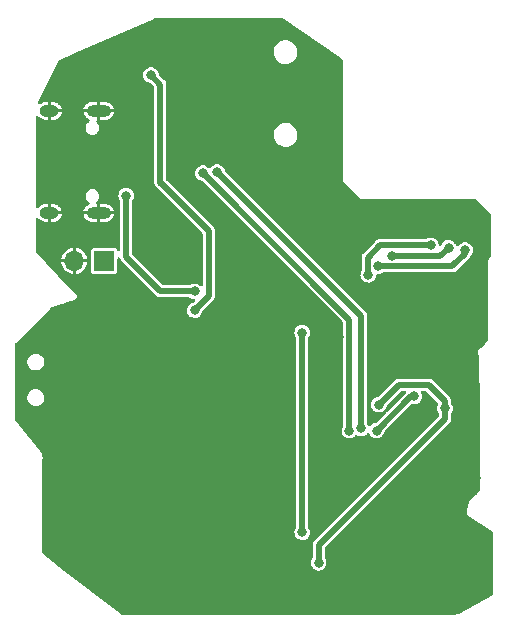
<source format=gbr>
%TF.GenerationSoftware,KiCad,Pcbnew,(6.0.0)*%
%TF.CreationDate,2022-06-28T21:38:27+02:00*%
%TF.ProjectId,DETECTIVE BOYS BADGE,44455445-4354-4495-9645-20424f595320,rev?*%
%TF.SameCoordinates,Original*%
%TF.FileFunction,Copper,L2,Bot*%
%TF.FilePolarity,Positive*%
%FSLAX46Y46*%
G04 Gerber Fmt 4.6, Leading zero omitted, Abs format (unit mm)*
G04 Created by KiCad (PCBNEW (6.0.0)) date 2022-06-28 21:38:27*
%MOMM*%
%LPD*%
G01*
G04 APERTURE LIST*
%TA.AperFunction,ComponentPad*%
%ADD10R,1.700000X1.700000*%
%TD*%
%TA.AperFunction,ComponentPad*%
%ADD11O,1.700000X1.700000*%
%TD*%
%TA.AperFunction,ComponentPad*%
%ADD12O,1.600000X1.000000*%
%TD*%
%TA.AperFunction,ComponentPad*%
%ADD13O,2.100000X1.000000*%
%TD*%
%TA.AperFunction,ViaPad*%
%ADD14C,0.800000*%
%TD*%
%TA.AperFunction,Conductor*%
%ADD15C,0.508000*%
%TD*%
G04 APERTURE END LIST*
D10*
%TO.P,BT1,1,+*%
%TO.N,/BAT*%
X139050000Y-124525000D03*
D11*
%TO.P,BT1,2,-*%
%TO.N,GND*%
X136510000Y-124525000D03*
%TD*%
D12*
%TO.P,USB1,S1,SHIELD*%
%TO.N,GND*%
X134400000Y-111830000D03*
D13*
X138580000Y-111830000D03*
X138580000Y-120470000D03*
D12*
X134400000Y-120470000D03*
%TD*%
D14*
%TO.N,VBUS*%
X146700000Y-127100000D03*
X140900000Y-119000000D03*
%TO.N,GND*%
X143400000Y-125300000D03*
X158400000Y-120800000D03*
X158883121Y-130983121D03*
X146900000Y-133700000D03*
X169600000Y-132500000D03*
X161500000Y-145700000D03*
X170500000Y-142900000D03*
X150100000Y-133200000D03*
%TO.N,MOSI*%
X168200000Y-123400000D03*
X163400000Y-124100000D03*
%TO.N,MISO*%
X169600000Y-123600000D03*
X162200000Y-125000000D03*
%TO.N,SCK*%
X161400000Y-125700000D03*
X166700000Y-123200000D03*
%TO.N,CSN*%
X165300000Y-136000000D03*
X162100000Y-138900000D03*
%TO.N,Net-(R4-Pad2)*%
X146700000Y-128700000D03*
X143000000Y-108800000D03*
%TO.N,AUDIO_R*%
X159800000Y-138900000D03*
X147400000Y-117100000D03*
%TO.N,A0*%
X155800000Y-130600000D03*
X155800000Y-147500000D03*
%TO.N,A1*%
X167900000Y-137000000D03*
X162300000Y-136700000D03*
X157200000Y-150100000D03*
%TO.N,AUDIO_L*%
X160800000Y-138700000D03*
X148600000Y-117000000D03*
%TD*%
D15*
%TO.N,VBUS*%
X146700000Y-127100000D02*
X143800000Y-127100000D01*
X143800000Y-127100000D02*
X140900000Y-124200000D01*
X140900000Y-124200000D02*
X140900000Y-119000000D01*
%TO.N,MOSI*%
X163400000Y-124100000D02*
X167500000Y-124100000D01*
X167500000Y-124100000D02*
X168200000Y-123400000D01*
%TO.N,MISO*%
X169600000Y-123900000D02*
X169600000Y-123600000D01*
X168500000Y-125000000D02*
X168600000Y-124900000D01*
X162200000Y-125000000D02*
X168500000Y-125000000D01*
X168600000Y-124900000D02*
X169600000Y-123900000D01*
%TO.N,SCK*%
X162400000Y-123200000D02*
X166700000Y-123200000D01*
X161346489Y-124253511D02*
X162400000Y-123200000D01*
X161400000Y-125700000D02*
X161346489Y-125646489D01*
X161346489Y-125646489D02*
X161346489Y-124253511D01*
%TO.N,CSN*%
X165300000Y-136000000D02*
X165000000Y-136000000D01*
X165000000Y-136000000D02*
X162100000Y-138900000D01*
%TO.N,Net-(R4-Pad2)*%
X147900000Y-127500000D02*
X147900000Y-126800000D01*
X143800000Y-109700000D02*
X143800000Y-109600000D01*
X147900000Y-122000000D02*
X143900000Y-118000000D01*
X146700000Y-128700000D02*
X147900000Y-127500000D01*
X143800000Y-117900000D02*
X143800000Y-109700000D01*
X147900000Y-126800000D02*
X147900000Y-122000000D01*
X143800000Y-109600000D02*
X143000000Y-108800000D01*
X143900000Y-118000000D02*
X143800000Y-117900000D01*
%TO.N,AUDIO_R*%
X159800000Y-129500000D02*
X159800000Y-138900000D01*
X147400000Y-117100000D02*
X159800000Y-129500000D01*
%TO.N,A0*%
X155800000Y-130600000D02*
X155800000Y-147500000D01*
%TO.N,A1*%
X167900000Y-137000000D02*
X167900000Y-137900000D01*
X162300000Y-136700000D02*
X164000000Y-135000000D01*
X157200000Y-148600000D02*
X157200000Y-150100000D01*
X164000000Y-135000000D02*
X166500000Y-135000000D01*
X167900000Y-137900000D02*
X157200000Y-148600000D01*
X166500000Y-135000000D02*
X167900000Y-136400000D01*
X167900000Y-136400000D02*
X167900000Y-137000000D01*
%TO.N,AUDIO_L*%
X148600000Y-117000000D02*
X148607048Y-117000000D01*
X160800000Y-129192952D02*
X160800000Y-138700000D01*
X148607048Y-117000000D02*
X160800000Y-129192952D01*
%TD*%
%TA.AperFunction,Conductor*%
%TO.N,GND*%
G36*
X153335659Y-103992812D02*
G01*
X154210828Y-103999692D01*
X154282093Y-104022465D01*
X159084755Y-107384328D01*
X159196256Y-107462379D01*
X159240593Y-107517830D01*
X159250000Y-107565602D01*
X159250000Y-117750000D01*
X160750000Y-119250000D01*
X170447810Y-119250000D01*
X170515931Y-119270002D01*
X170536905Y-119286905D01*
X171713095Y-120463095D01*
X171747121Y-120525407D01*
X171750000Y-120552190D01*
X171750000Y-124105261D01*
X171729998Y-124173382D01*
X171718987Y-124188046D01*
X171673707Y-124239992D01*
X171667821Y-124246294D01*
X171659343Y-124254769D01*
X171649023Y-124261663D01*
X171642127Y-124271980D01*
X171642125Y-124271982D01*
X171634444Y-124283473D01*
X171631756Y-124286989D01*
X171631867Y-124287068D01*
X171628279Y-124292106D01*
X171624214Y-124296771D01*
X171621138Y-124302136D01*
X171618255Y-124307164D01*
X171613704Y-124314506D01*
X171592873Y-124345673D01*
X171591117Y-124354496D01*
X171586640Y-124362304D01*
X171585057Y-124374612D01*
X171585057Y-124374613D01*
X171581857Y-124399496D01*
X171580462Y-124408019D01*
X171578125Y-124419760D01*
X171578124Y-124425946D01*
X171577516Y-124432114D01*
X171577379Y-124432101D01*
X171577096Y-124436523D01*
X171573752Y-124462526D01*
X171577001Y-124474506D01*
X171577820Y-124486455D01*
X171578115Y-124495085D01*
X171577733Y-127280675D01*
X171577200Y-131171818D01*
X171557189Y-131239936D01*
X171549594Y-131250508D01*
X171124002Y-131782498D01*
X171089643Y-131812302D01*
X170872293Y-131940542D01*
X170863518Y-131944340D01*
X170863650Y-131944594D01*
X170852644Y-131950328D01*
X170840732Y-131953804D01*
X170831057Y-131961574D01*
X170831053Y-131961576D01*
X170818752Y-131971455D01*
X170814917Y-131974395D01*
X170809766Y-131977434D01*
X170805150Y-131981560D01*
X170798594Y-131987419D01*
X170793529Y-131991711D01*
X170771622Y-132009305D01*
X170761946Y-132017076D01*
X170758614Y-132023154D01*
X170753444Y-132027775D01*
X170748062Y-132038954D01*
X170735878Y-132064260D01*
X170732838Y-132070170D01*
X170713370Y-132105681D01*
X170712617Y-132112574D01*
X170709610Y-132118820D01*
X170708915Y-132131210D01*
X170708915Y-132131211D01*
X170707344Y-132159234D01*
X170706799Y-132165849D01*
X170705169Y-132180775D01*
X170705693Y-132186738D01*
X170705531Y-132191578D01*
X170703954Y-132219709D01*
X170708054Y-132231422D01*
X170709789Y-132243708D01*
X170709505Y-132243748D01*
X170711517Y-132253087D01*
X170750903Y-132701693D01*
X170762391Y-132832540D01*
X170762844Y-132840822D01*
X170849511Y-136827536D01*
X170849541Y-136830504D01*
X170848970Y-137143003D01*
X170848846Y-137210604D01*
X170848798Y-137210846D01*
X170848800Y-137235989D01*
X170848755Y-137260398D01*
X170848801Y-137260633D01*
X170848871Y-138299785D01*
X170848832Y-138299981D01*
X170848872Y-138324982D01*
X170848874Y-138349622D01*
X170848912Y-138349815D01*
X170850693Y-139452623D01*
X170850656Y-139452810D01*
X170850658Y-139453375D01*
X170850730Y-139476444D01*
X170850733Y-139477503D01*
X170850773Y-139502465D01*
X170850810Y-139502650D01*
X170850811Y-139502665D01*
X170851945Y-139867729D01*
X170854140Y-140574443D01*
X170854095Y-140574677D01*
X170854218Y-140599393D01*
X170854295Y-140624237D01*
X170854342Y-140624472D01*
X170859043Y-141570416D01*
X170859013Y-141570573D01*
X170859016Y-141571033D01*
X170859165Y-141594926D01*
X170859131Y-141594926D01*
X170859166Y-141595086D01*
X170859291Y-141620283D01*
X170859324Y-141620446D01*
X170873463Y-143885984D01*
X170849995Y-143960006D01*
X170633729Y-144262778D01*
X170601318Y-144294229D01*
X170598274Y-144296268D01*
X170488551Y-144369759D01*
X170485861Y-144371460D01*
X170481075Y-144373710D01*
X170476089Y-144377390D01*
X170476088Y-144377391D01*
X170467941Y-144383404D01*
X170463231Y-144386717D01*
X170454799Y-144392365D01*
X170449657Y-144395809D01*
X170445923Y-144399551D01*
X170443361Y-144401548D01*
X170245573Y-144547543D01*
X170245256Y-144547737D01*
X170242709Y-144548425D01*
X170237300Y-144552594D01*
X170237299Y-144552594D01*
X170205791Y-144576875D01*
X170203707Y-144578447D01*
X170186760Y-144590956D01*
X170184977Y-144592915D01*
X170182874Y-144594535D01*
X170179036Y-144598930D01*
X170168982Y-144610442D01*
X170167294Y-144612335D01*
X170135903Y-144646812D01*
X170135008Y-144649296D01*
X170134793Y-144649590D01*
X169967474Y-144841180D01*
X169953550Y-144854830D01*
X169937434Y-144868349D01*
X169931701Y-144879358D01*
X169917728Y-144906191D01*
X169915237Y-144910742D01*
X169893978Y-144947742D01*
X169892384Y-144960049D01*
X169892383Y-144960051D01*
X169891276Y-144968598D01*
X169887281Y-144987685D01*
X169825890Y-145198193D01*
X169824456Y-145202187D01*
X169819390Y-145209561D01*
X169816812Y-145221701D01*
X169811836Y-145245135D01*
X169809548Y-145254230D01*
X169806509Y-145264649D01*
X169805968Y-145270820D01*
X169805355Y-145274089D01*
X169804986Y-145277394D01*
X169803699Y-145283454D01*
X169803558Y-145294330D01*
X169803089Y-145303664D01*
X169799914Y-145339901D01*
X169802602Y-145348430D01*
X169802806Y-145352666D01*
X169802350Y-145387944D01*
X169778892Y-145459551D01*
X169750000Y-145500000D01*
X169750000Y-146000000D01*
X169760827Y-146007218D01*
X169760828Y-146007219D01*
X171943892Y-147462595D01*
X171989477Y-147517024D01*
X172000000Y-147567433D01*
X172000000Y-152677629D01*
X171979998Y-152745750D01*
X171937488Y-152786465D01*
X169102654Y-154440118D01*
X169045046Y-154457145D01*
X168574446Y-154479129D01*
X168254311Y-154494083D01*
X168252858Y-154494143D01*
X168089648Y-154499794D01*
X168085863Y-154499925D01*
X168081503Y-154500000D01*
X140985702Y-154500000D01*
X140979796Y-154499862D01*
X140508915Y-154477766D01*
X140437465Y-154451362D01*
X140423009Y-154440118D01*
X135680216Y-150751279D01*
X133798643Y-149287833D01*
X133757152Y-149230223D01*
X133750000Y-149188375D01*
X133750000Y-147493096D01*
X155140729Y-147493096D01*
X155158113Y-147650553D01*
X155160723Y-147657684D01*
X155160723Y-147657686D01*
X155186149Y-147727165D01*
X155212553Y-147799319D01*
X155300908Y-147930805D01*
X155306527Y-147935918D01*
X155306528Y-147935919D01*
X155317903Y-147946269D01*
X155418076Y-148037419D01*
X155557293Y-148113008D01*
X155710522Y-148153207D01*
X155794477Y-148154526D01*
X155861319Y-148155576D01*
X155861322Y-148155576D01*
X155868916Y-148155695D01*
X156023332Y-148120329D01*
X156093742Y-148084917D01*
X156158072Y-148052563D01*
X156158075Y-148052561D01*
X156164855Y-148049151D01*
X156170626Y-148044222D01*
X156170629Y-148044220D01*
X156279536Y-147951204D01*
X156279536Y-147951203D01*
X156285314Y-147946269D01*
X156377755Y-147817624D01*
X156436842Y-147670641D01*
X156459162Y-147513807D01*
X156459307Y-147500000D01*
X156440276Y-147342733D01*
X156384280Y-147194546D01*
X156330660Y-147116528D01*
X156308500Y-147045161D01*
X156308500Y-131054577D01*
X156332178Y-130981051D01*
X156342701Y-130966406D01*
X156377755Y-130917624D01*
X156436842Y-130770641D01*
X156459162Y-130613807D01*
X156459307Y-130600000D01*
X156440276Y-130442733D01*
X156384280Y-130294546D01*
X156294553Y-130163992D01*
X156176275Y-130058611D01*
X156168889Y-130054700D01*
X156042988Y-129988039D01*
X156042989Y-129988039D01*
X156036274Y-129984484D01*
X155882633Y-129945892D01*
X155875034Y-129945852D01*
X155875033Y-129945852D01*
X155809181Y-129945507D01*
X155724221Y-129945062D01*
X155716841Y-129946834D01*
X155716839Y-129946834D01*
X155577563Y-129980271D01*
X155577560Y-129980272D01*
X155570184Y-129982043D01*
X155429414Y-130054700D01*
X155310039Y-130158838D01*
X155218950Y-130288444D01*
X155161406Y-130436037D01*
X155160414Y-130443570D01*
X155160414Y-130443571D01*
X155152374Y-130504646D01*
X155140729Y-130593096D01*
X155158113Y-130750553D01*
X155212553Y-130899319D01*
X155216790Y-130905625D01*
X155216792Y-130905628D01*
X155270081Y-130984929D01*
X155291500Y-131055205D01*
X155291500Y-147045367D01*
X155268587Y-147117818D01*
X155218950Y-147188444D01*
X155161406Y-147336037D01*
X155140729Y-147493096D01*
X133750000Y-147493096D01*
X133750000Y-141442044D01*
X133770002Y-141373923D01*
X133780148Y-141361139D01*
X133779940Y-141360973D01*
X133783797Y-141356129D01*
X133788109Y-141351687D01*
X133791473Y-141346487D01*
X133791584Y-141346348D01*
X133798731Y-141336427D01*
X133810669Y-141321487D01*
X133810671Y-141321482D01*
X133818417Y-141311789D01*
X133821636Y-141300655D01*
X133822374Y-141299385D01*
X133822850Y-141297994D01*
X133829145Y-141288264D01*
X133834839Y-141257248D01*
X133837725Y-141245008D01*
X133843036Y-141226639D01*
X133843036Y-141226635D01*
X133846482Y-141214717D01*
X133845195Y-141203198D01*
X133845390Y-141201743D01*
X133845298Y-141200278D01*
X133847391Y-141188877D01*
X133840783Y-141158046D01*
X133838765Y-141145633D01*
X133836642Y-141126625D01*
X133836641Y-141126623D01*
X133835264Y-141114294D01*
X133829666Y-141104143D01*
X133829290Y-141102725D01*
X133828645Y-141101409D01*
X133826215Y-141090073D01*
X133808313Y-141064120D01*
X133801871Y-141053705D01*
X133801775Y-141053565D01*
X133798786Y-141048145D01*
X133794793Y-141043407D01*
X133794485Y-141043041D01*
X133787116Y-141033389D01*
X133772283Y-141011886D01*
X133750000Y-140940341D01*
X133750000Y-140750000D01*
X133626583Y-140599156D01*
X131528481Y-138034810D01*
X131500825Y-137969421D01*
X131500000Y-137955022D01*
X131500000Y-136181568D01*
X132540029Y-136181568D01*
X132541801Y-136188948D01*
X132541801Y-136188950D01*
X132576174Y-136332123D01*
X132579835Y-136347373D01*
X132658042Y-136498896D01*
X132663034Y-136504618D01*
X132663035Y-136504620D01*
X132746362Y-136600139D01*
X132770135Y-136627391D01*
X132909643Y-136725438D01*
X133005512Y-136762816D01*
X133061431Y-136784618D01*
X133061434Y-136784619D01*
X133068511Y-136787378D01*
X133076044Y-136788370D01*
X133076045Y-136788370D01*
X133194477Y-136803962D01*
X133194478Y-136803962D01*
X133198564Y-136804500D01*
X133287756Y-136804500D01*
X133414281Y-136789189D01*
X133573789Y-136728916D01*
X133614922Y-136700646D01*
X133708057Y-136636636D01*
X133708058Y-136636635D01*
X133714316Y-136632334D01*
X133719369Y-136626663D01*
X133822695Y-136510693D01*
X133822697Y-136510690D01*
X133827748Y-136505021D01*
X133852166Y-136458903D01*
X133903984Y-136361037D01*
X133903985Y-136361035D01*
X133907538Y-136354324D01*
X133910364Y-136343072D01*
X133947227Y-136196317D01*
X133947227Y-136196313D01*
X133949078Y-136188946D01*
X133949157Y-136173974D01*
X133949647Y-136080271D01*
X133949971Y-136018432D01*
X133948199Y-136011050D01*
X133911937Y-135860006D01*
X133911936Y-135860002D01*
X133910165Y-135852627D01*
X133861728Y-135758782D01*
X133835441Y-135707852D01*
X133835441Y-135707851D01*
X133831958Y-135701104D01*
X133764031Y-135623237D01*
X133724861Y-135578336D01*
X133719865Y-135572609D01*
X133580357Y-135474562D01*
X133484488Y-135437184D01*
X133428569Y-135415382D01*
X133428566Y-135415381D01*
X133421489Y-135412622D01*
X133413956Y-135411630D01*
X133413955Y-135411630D01*
X133295523Y-135396038D01*
X133295522Y-135396038D01*
X133291436Y-135395500D01*
X133202244Y-135395500D01*
X133075719Y-135410811D01*
X132916211Y-135471084D01*
X132909953Y-135475385D01*
X132788833Y-135558629D01*
X132775684Y-135567666D01*
X132770632Y-135573336D01*
X132770631Y-135573337D01*
X132667305Y-135689307D01*
X132667303Y-135689310D01*
X132662252Y-135694979D01*
X132658697Y-135701692D01*
X132658697Y-135701693D01*
X132587781Y-135835631D01*
X132582462Y-135845676D01*
X132580612Y-135853041D01*
X132543109Y-136002348D01*
X132540922Y-136011054D01*
X132540882Y-136018653D01*
X132540882Y-136018655D01*
X132540550Y-136082043D01*
X132540029Y-136181568D01*
X131500000Y-136181568D01*
X131500000Y-133181568D01*
X132540029Y-133181568D01*
X132579835Y-133347373D01*
X132658042Y-133498896D01*
X132663034Y-133504618D01*
X132663035Y-133504620D01*
X132668333Y-133510693D01*
X132770135Y-133627391D01*
X132909643Y-133725438D01*
X133005512Y-133762816D01*
X133061431Y-133784618D01*
X133061434Y-133784619D01*
X133068511Y-133787378D01*
X133076044Y-133788370D01*
X133076045Y-133788370D01*
X133194477Y-133803962D01*
X133194478Y-133803962D01*
X133198564Y-133804500D01*
X133287756Y-133804500D01*
X133414281Y-133789189D01*
X133573789Y-133728916D01*
X133714316Y-133632334D01*
X133723823Y-133621664D01*
X133822695Y-133510693D01*
X133822697Y-133510690D01*
X133827748Y-133505021D01*
X133907538Y-133354324D01*
X133909388Y-133346959D01*
X133947227Y-133196317D01*
X133947227Y-133196313D01*
X133949078Y-133188946D01*
X133949157Y-133173974D01*
X133949604Y-133088575D01*
X133949971Y-133018432D01*
X133910165Y-132852627D01*
X133831958Y-132701104D01*
X133820544Y-132688019D01*
X133724861Y-132578336D01*
X133719865Y-132572609D01*
X133580357Y-132474562D01*
X133484488Y-132437184D01*
X133428569Y-132415382D01*
X133428566Y-132415381D01*
X133421489Y-132412622D01*
X133413956Y-132411630D01*
X133413955Y-132411630D01*
X133295523Y-132396038D01*
X133295522Y-132396038D01*
X133291436Y-132395500D01*
X133202244Y-132395500D01*
X133075719Y-132410811D01*
X132916211Y-132471084D01*
X132909953Y-132475385D01*
X132834219Y-132527436D01*
X132775684Y-132567666D01*
X132770632Y-132573336D01*
X132770631Y-132573337D01*
X132667305Y-132689307D01*
X132667303Y-132689310D01*
X132662252Y-132694979D01*
X132582462Y-132845676D01*
X132580612Y-132853041D01*
X132543659Y-133000158D01*
X132540922Y-133011054D01*
X132540882Y-133018653D01*
X132540882Y-133018655D01*
X132540775Y-133039109D01*
X132540029Y-133181568D01*
X131500000Y-133181568D01*
X131500000Y-131552190D01*
X131520002Y-131484069D01*
X131536905Y-131463095D01*
X134442502Y-128557498D01*
X134485678Y-128529258D01*
X134486448Y-128528957D01*
X135372095Y-128182360D01*
X135378227Y-128180142D01*
X135449773Y-128156336D01*
X135451002Y-128155934D01*
X135686431Y-128080271D01*
X135898029Y-128012267D01*
X135900300Y-128011562D01*
X136263098Y-127902724D01*
X136268076Y-127901342D01*
X136443256Y-127856582D01*
X136455047Y-127854185D01*
X136467329Y-127854742D01*
X136478994Y-127850519D01*
X136478999Y-127850518D01*
X136494038Y-127845073D01*
X136498115Y-127843706D01*
X136503776Y-127842548D01*
X136517956Y-127836585D01*
X136523888Y-127834266D01*
X136550672Y-127824569D01*
X136562342Y-127820344D01*
X136567263Y-127815850D01*
X136573410Y-127813265D01*
X136582136Y-127804444D01*
X136582139Y-127804442D01*
X136602173Y-127784190D01*
X136606787Y-127779757D01*
X136613549Y-127773582D01*
X136613550Y-127773581D01*
X136618123Y-127769405D01*
X136621552Y-127764745D01*
X136624506Y-127761614D01*
X136629588Y-127756477D01*
X136644475Y-127741429D01*
X136649162Y-127729940D01*
X136656001Y-127719584D01*
X136656180Y-127719702D01*
X136660915Y-127711255D01*
X136668587Y-127700828D01*
X136675231Y-127692551D01*
X136689798Y-127675896D01*
X136689799Y-127675894D01*
X136697966Y-127666556D01*
X136707317Y-127638884D01*
X136712577Y-127625792D01*
X136724958Y-127599361D01*
X136725521Y-127586961D01*
X136726024Y-127584921D01*
X136726059Y-127584800D01*
X136726070Y-127584677D01*
X136726342Y-127582586D01*
X136730316Y-127570827D01*
X136729487Y-127558441D01*
X136730188Y-127553061D01*
X136738732Y-127533675D01*
X136734772Y-127532468D01*
X136743829Y-127502743D01*
X136750000Y-127500000D01*
X136742392Y-127491849D01*
X136742392Y-127491848D01*
X136737951Y-127487089D01*
X136717135Y-127457000D01*
X136710623Y-127443840D01*
X136705079Y-127430852D01*
X136699367Y-127415076D01*
X136699366Y-127415075D01*
X136695141Y-127403404D01*
X136686773Y-127394241D01*
X136686771Y-127394237D01*
X136671862Y-127377911D01*
X136665060Y-127369804D01*
X136596574Y-127280803D01*
X136596461Y-127280625D01*
X136595940Y-127278799D01*
X136566279Y-127241410D01*
X136565134Y-127239945D01*
X136563847Y-127238273D01*
X136551596Y-127222352D01*
X136550170Y-127221105D01*
X136548992Y-127219620D01*
X136540080Y-127212055D01*
X136532058Y-127205246D01*
X136530648Y-127204031D01*
X136498574Y-127175980D01*
X136498572Y-127175979D01*
X136494734Y-127172622D01*
X136492937Y-127172015D01*
X136492757Y-127171888D01*
X136270521Y-126983257D01*
X136267008Y-126980161D01*
X136264409Y-126977784D01*
X136260274Y-126973178D01*
X136255434Y-126969554D01*
X136248625Y-126962812D01*
X134106429Y-124667602D01*
X135412899Y-124667602D01*
X135414542Y-124692676D01*
X135416343Y-124704046D01*
X135463443Y-124889502D01*
X135467284Y-124900348D01*
X135547394Y-125074120D01*
X135553145Y-125084081D01*
X135663579Y-125240343D01*
X135671057Y-125249098D01*
X135808114Y-125382612D01*
X135817058Y-125389855D01*
X135976156Y-125496161D01*
X135986266Y-125501651D01*
X136162077Y-125577185D01*
X136173020Y-125580740D01*
X136359647Y-125622970D01*
X136366383Y-125623857D01*
X136380302Y-125620357D01*
X136380658Y-125619978D01*
X136383000Y-125610144D01*
X136383000Y-125604095D01*
X136637000Y-125604095D01*
X136640966Y-125617601D01*
X136654966Y-125619605D01*
X136763106Y-125603926D01*
X136774302Y-125601238D01*
X136955497Y-125539730D01*
X136965994Y-125535056D01*
X137132958Y-125441552D01*
X137142430Y-125435042D01*
X137289553Y-125312682D01*
X137297682Y-125304553D01*
X137420042Y-125157430D01*
X137426552Y-125147958D01*
X137520056Y-124980994D01*
X137524730Y-124970497D01*
X137586238Y-124789302D01*
X137588926Y-124778106D01*
X137604610Y-124669929D01*
X137602624Y-124655993D01*
X137589056Y-124652000D01*
X136655115Y-124652000D01*
X136639876Y-124656475D01*
X136638671Y-124657865D01*
X136637000Y-124665548D01*
X136637000Y-125604095D01*
X136383000Y-125604095D01*
X136383000Y-124670115D01*
X136378525Y-124654876D01*
X136377135Y-124653671D01*
X136369452Y-124652000D01*
X135429991Y-124652000D01*
X135414951Y-124656416D01*
X135412899Y-124667602D01*
X134106429Y-124667602D01*
X133838012Y-124380012D01*
X135415375Y-124380012D01*
X135417817Y-124394431D01*
X135430559Y-124398000D01*
X136364885Y-124398000D01*
X136380124Y-124393525D01*
X136381329Y-124392135D01*
X136383000Y-124384452D01*
X136383000Y-124379885D01*
X136637000Y-124379885D01*
X136641475Y-124395124D01*
X136642865Y-124396329D01*
X136650548Y-124398000D01*
X137588945Y-124398000D01*
X137603490Y-124393729D01*
X137605553Y-124381595D01*
X137600693Y-124328707D01*
X137598595Y-124317386D01*
X137546658Y-124133231D01*
X137542533Y-124122484D01*
X137457903Y-123950871D01*
X137451893Y-123941063D01*
X137337400Y-123787739D01*
X137329710Y-123779199D01*
X137189872Y-123649933D01*
X137945500Y-123649933D01*
X137945501Y-125400066D01*
X137960266Y-125474301D01*
X137967161Y-125484620D01*
X137967162Y-125484622D01*
X137983891Y-125509658D01*
X138016516Y-125558484D01*
X138100699Y-125614734D01*
X138174933Y-125629500D01*
X139049858Y-125629500D01*
X139925066Y-125629499D01*
X139962649Y-125622024D01*
X139987126Y-125617156D01*
X139987128Y-125617155D01*
X139999301Y-125614734D01*
X140009621Y-125607839D01*
X140009622Y-125607838D01*
X140073168Y-125565377D01*
X140083484Y-125558484D01*
X140121459Y-125501651D01*
X140132839Y-125484620D01*
X140139734Y-125474301D01*
X140154500Y-125400067D01*
X140154499Y-124352689D01*
X140174501Y-124284569D01*
X140228157Y-124238076D01*
X140298431Y-124227972D01*
X140363011Y-124257465D01*
X140399000Y-124309871D01*
X140399585Y-124311490D01*
X140404818Y-124332463D01*
X140405647Y-124335299D01*
X140406920Y-124344187D01*
X140426522Y-124387298D01*
X140430327Y-124396647D01*
X140446404Y-124441181D01*
X140451699Y-124448429D01*
X140453080Y-124451027D01*
X140461915Y-124466145D01*
X140463494Y-124468614D01*
X140467208Y-124476782D01*
X140479890Y-124491500D01*
X140498115Y-124512652D01*
X140504401Y-124520569D01*
X140509548Y-124527615D01*
X140509553Y-124527620D01*
X140512425Y-124531552D01*
X140523400Y-124542527D01*
X140529758Y-124549374D01*
X140562287Y-124587127D01*
X140569822Y-124592011D01*
X140576066Y-124597458D01*
X140587931Y-124607058D01*
X143390177Y-127409304D01*
X143397800Y-127418844D01*
X143398168Y-127418530D01*
X143403986Y-127425366D01*
X143408776Y-127432958D01*
X143415504Y-127438900D01*
X143449125Y-127468593D01*
X143454812Y-127473939D01*
X143466255Y-127485382D01*
X143473780Y-127491022D01*
X143474630Y-127491659D01*
X143482459Y-127498033D01*
X143517951Y-127529378D01*
X143526074Y-127533192D01*
X143528562Y-127534826D01*
X143543523Y-127543814D01*
X143546109Y-127545230D01*
X143553295Y-127550616D01*
X143597650Y-127567244D01*
X143606948Y-127571162D01*
X143649800Y-127591281D01*
X143658666Y-127592662D01*
X143661467Y-127593518D01*
X143678404Y-127597962D01*
X143681284Y-127598595D01*
X143689684Y-127601744D01*
X143698629Y-127602409D01*
X143698630Y-127602409D01*
X143736889Y-127605252D01*
X143746937Y-127606406D01*
X143751588Y-127607130D01*
X143760386Y-127608500D01*
X143775923Y-127608500D01*
X143785261Y-127608847D01*
X143825990Y-127611874D01*
X143825991Y-127611874D01*
X143834941Y-127612539D01*
X143843716Y-127610666D01*
X143851973Y-127610103D01*
X143867162Y-127608500D01*
X146238747Y-127608500D01*
X146311737Y-127631795D01*
X146312460Y-127632309D01*
X146318076Y-127637419D01*
X146324746Y-127641040D01*
X146324748Y-127641042D01*
X146350093Y-127654803D01*
X146457293Y-127713008D01*
X146610522Y-127753207D01*
X146625237Y-127753438D01*
X146693035Y-127774506D01*
X146738680Y-127828885D01*
X146747680Y-127899309D01*
X146712354Y-127968517D01*
X146664599Y-128016272D01*
X146604918Y-128049696D01*
X146477564Y-128080271D01*
X146477562Y-128080272D01*
X146470184Y-128082043D01*
X146329414Y-128154700D01*
X146210039Y-128258838D01*
X146118950Y-128388444D01*
X146061406Y-128536037D01*
X146060414Y-128543570D01*
X146060414Y-128543571D01*
X146048762Y-128632082D01*
X146040729Y-128693096D01*
X146058113Y-128850553D01*
X146060723Y-128857684D01*
X146060723Y-128857686D01*
X146091550Y-128941924D01*
X146112553Y-128999319D01*
X146116789Y-129005622D01*
X146116789Y-129005623D01*
X146178687Y-129097736D01*
X146200908Y-129130805D01*
X146206527Y-129135918D01*
X146206528Y-129135919D01*
X146251174Y-129176543D01*
X146318076Y-129237419D01*
X146457293Y-129313008D01*
X146610522Y-129353207D01*
X146694477Y-129354526D01*
X146761319Y-129355576D01*
X146761322Y-129355576D01*
X146768916Y-129355695D01*
X146923332Y-129320329D01*
X146993742Y-129284917D01*
X147058072Y-129252563D01*
X147058075Y-129252561D01*
X147064855Y-129249151D01*
X147070626Y-129244222D01*
X147070629Y-129244220D01*
X147179536Y-129151204D01*
X147179536Y-129151203D01*
X147185314Y-129146269D01*
X147277755Y-129017624D01*
X147336842Y-128870641D01*
X147345580Y-128809240D01*
X147374980Y-128744618D01*
X147381228Y-128737899D01*
X148209304Y-127909823D01*
X148218844Y-127902200D01*
X148218530Y-127901832D01*
X148225366Y-127896014D01*
X148232958Y-127891224D01*
X148268593Y-127850875D01*
X148273939Y-127845188D01*
X148285382Y-127833745D01*
X148291659Y-127825370D01*
X148298033Y-127817541D01*
X148329378Y-127782049D01*
X148333192Y-127773926D01*
X148334826Y-127771438D01*
X148343814Y-127756477D01*
X148345230Y-127753891D01*
X148350616Y-127746705D01*
X148367244Y-127702350D01*
X148371164Y-127693048D01*
X148391281Y-127650200D01*
X148392662Y-127641334D01*
X148393518Y-127638533D01*
X148397962Y-127621596D01*
X148398595Y-127618716D01*
X148401744Y-127610316D01*
X148403647Y-127584715D01*
X148405252Y-127563111D01*
X148406406Y-127553063D01*
X148407750Y-127544429D01*
X148408500Y-127539614D01*
X148408500Y-127524077D01*
X148408847Y-127514739D01*
X148411874Y-127474010D01*
X148411874Y-127474009D01*
X148412539Y-127465059D01*
X148410666Y-127456284D01*
X148410103Y-127448027D01*
X148408500Y-127432838D01*
X148408500Y-122071073D01*
X148409855Y-122058944D01*
X148409373Y-122058905D01*
X148410093Y-122049954D01*
X148412074Y-122041200D01*
X148408742Y-121987491D01*
X148408500Y-121979689D01*
X148408500Y-121963487D01*
X148407016Y-121953122D01*
X148405987Y-121943072D01*
X148403611Y-121904781D01*
X148403611Y-121904780D01*
X148403055Y-121895822D01*
X148400007Y-121887381D01*
X148399404Y-121884467D01*
X148395185Y-121867548D01*
X148394353Y-121864702D01*
X148393080Y-121855813D01*
X148373474Y-121812691D01*
X148369666Y-121803335D01*
X148356643Y-121767263D01*
X148353595Y-121758819D01*
X148348300Y-121751571D01*
X148346914Y-121748964D01*
X148338099Y-121733877D01*
X148336506Y-121731386D01*
X148332792Y-121723218D01*
X148301882Y-121687345D01*
X148295604Y-121679438D01*
X148290447Y-121672378D01*
X148290446Y-121672376D01*
X148287575Y-121668447D01*
X148276600Y-121657472D01*
X148270242Y-121650624D01*
X148243576Y-121619676D01*
X148243571Y-121619672D01*
X148237713Y-121612873D01*
X148230181Y-121607991D01*
X148223930Y-121602538D01*
X148212074Y-121592946D01*
X144345405Y-117726278D01*
X144311379Y-117663966D01*
X144308500Y-117637183D01*
X144308500Y-117093096D01*
X146740729Y-117093096D01*
X146741563Y-117100646D01*
X146754309Y-117216095D01*
X146758113Y-117250553D01*
X146812553Y-117399319D01*
X146900908Y-117530805D01*
X147018076Y-117637419D01*
X147157293Y-117713008D01*
X147283985Y-117746245D01*
X147309462Y-117752929D01*
X147366583Y-117785710D01*
X159254595Y-129673722D01*
X159288621Y-129736034D01*
X159291500Y-129762817D01*
X159291500Y-138445367D01*
X159268587Y-138517818D01*
X159218950Y-138588444D01*
X159161406Y-138736037D01*
X159160414Y-138743570D01*
X159160414Y-138743571D01*
X159158107Y-138761099D01*
X159140729Y-138893096D01*
X159158113Y-139050553D01*
X159160723Y-139057684D01*
X159160723Y-139057686D01*
X159194945Y-139151201D01*
X159212553Y-139199319D01*
X159216789Y-139205622D01*
X159216789Y-139205623D01*
X159274315Y-139291230D01*
X159300908Y-139330805D01*
X159306527Y-139335918D01*
X159306528Y-139335919D01*
X159325658Y-139353326D01*
X159418076Y-139437419D01*
X159557293Y-139513008D01*
X159710522Y-139553207D01*
X159794477Y-139554526D01*
X159861319Y-139555576D01*
X159861322Y-139555576D01*
X159868916Y-139555695D01*
X160023332Y-139520329D01*
X160108859Y-139477314D01*
X160158072Y-139452563D01*
X160158075Y-139452561D01*
X160164855Y-139449151D01*
X160170626Y-139444222D01*
X160170629Y-139444220D01*
X160279536Y-139351204D01*
X160279536Y-139351203D01*
X160285314Y-139346269D01*
X160314018Y-139306323D01*
X160370012Y-139262677D01*
X160440715Y-139256231D01*
X160476461Y-139269120D01*
X160550620Y-139309385D01*
X160557293Y-139313008D01*
X160710522Y-139353207D01*
X160794477Y-139354526D01*
X160861319Y-139355576D01*
X160861322Y-139355576D01*
X160868916Y-139355695D01*
X161023332Y-139320329D01*
X161125151Y-139269120D01*
X161158072Y-139252563D01*
X161158075Y-139252561D01*
X161164855Y-139249151D01*
X161170626Y-139244222D01*
X161170629Y-139244220D01*
X161279540Y-139151201D01*
X161279542Y-139151199D01*
X161285314Y-139146269D01*
X161289747Y-139140099D01*
X161293625Y-139135882D01*
X161354456Y-139099275D01*
X161425422Y-139101368D01*
X161483991Y-139141495D01*
X161504701Y-139177863D01*
X161512553Y-139199319D01*
X161516789Y-139205622D01*
X161516789Y-139205623D01*
X161574315Y-139291230D01*
X161600908Y-139330805D01*
X161606527Y-139335918D01*
X161606528Y-139335919D01*
X161625658Y-139353326D01*
X161718076Y-139437419D01*
X161857293Y-139513008D01*
X162010522Y-139553207D01*
X162094477Y-139554526D01*
X162161319Y-139555576D01*
X162161322Y-139555576D01*
X162168916Y-139555695D01*
X162323332Y-139520329D01*
X162408859Y-139477314D01*
X162458072Y-139452563D01*
X162458075Y-139452561D01*
X162464855Y-139449151D01*
X162470626Y-139444222D01*
X162470629Y-139444220D01*
X162579536Y-139351204D01*
X162579536Y-139351203D01*
X162585314Y-139346269D01*
X162677755Y-139217624D01*
X162736842Y-139070641D01*
X162745580Y-139009240D01*
X162774980Y-138944618D01*
X162781228Y-138937899D01*
X165044842Y-136674285D01*
X165107154Y-136640259D01*
X165165909Y-136641504D01*
X165203168Y-136651278D01*
X165203170Y-136651278D01*
X165210522Y-136653207D01*
X165294477Y-136654526D01*
X165361319Y-136655576D01*
X165361322Y-136655576D01*
X165368916Y-136655695D01*
X165523332Y-136620329D01*
X165594998Y-136584285D01*
X165658072Y-136552563D01*
X165658075Y-136552561D01*
X165664855Y-136549151D01*
X165670626Y-136544222D01*
X165670629Y-136544220D01*
X165779536Y-136451204D01*
X165779536Y-136451203D01*
X165785314Y-136446269D01*
X165877755Y-136317624D01*
X165936842Y-136170641D01*
X165949823Y-136079431D01*
X165958581Y-136017891D01*
X165958581Y-136017888D01*
X165959162Y-136013807D01*
X165959307Y-136000000D01*
X165940276Y-135842733D01*
X165884280Y-135694546D01*
X165882069Y-135691330D01*
X165868543Y-135623237D01*
X165894555Y-135557177D01*
X165952151Y-135515666D01*
X165994039Y-135508500D01*
X166237183Y-135508500D01*
X166305304Y-135528502D01*
X166326278Y-135545405D01*
X167306119Y-136525246D01*
X167340145Y-136587558D01*
X167335080Y-136658373D01*
X167326232Y-136675171D01*
X167326908Y-136675534D01*
X167323320Y-136682227D01*
X167318950Y-136688444D01*
X167316190Y-136695524D01*
X167269763Y-136814603D01*
X167261406Y-136836037D01*
X167260414Y-136843570D01*
X167260414Y-136843571D01*
X167255922Y-136877695D01*
X167240729Y-136993096D01*
X167244119Y-137023798D01*
X167257228Y-137142535D01*
X167258113Y-137150553D01*
X167312553Y-137299319D01*
X167316790Y-137305625D01*
X167316792Y-137305628D01*
X167370081Y-137384929D01*
X167391500Y-137455205D01*
X167391500Y-137637182D01*
X167371498Y-137705303D01*
X167354595Y-137726277D01*
X156890696Y-148190177D01*
X156881156Y-148197800D01*
X156881470Y-148198168D01*
X156874634Y-148203986D01*
X156867042Y-148208776D01*
X156861100Y-148215504D01*
X156831407Y-148249125D01*
X156826061Y-148254812D01*
X156814618Y-148266255D01*
X156808978Y-148273780D01*
X156808341Y-148274630D01*
X156801967Y-148282459D01*
X156770622Y-148317951D01*
X156766808Y-148326074D01*
X156765174Y-148328562D01*
X156756186Y-148343523D01*
X156754771Y-148346108D01*
X156749384Y-148353295D01*
X156746233Y-148361701D01*
X156732759Y-148397642D01*
X156728833Y-148406958D01*
X156708719Y-148449800D01*
X156707338Y-148458669D01*
X156706472Y-148461502D01*
X156702042Y-148478389D01*
X156701408Y-148481274D01*
X156698255Y-148489684D01*
X156697590Y-148498639D01*
X156694746Y-148536906D01*
X156693592Y-148546952D01*
X156691500Y-148560386D01*
X156691500Y-148575906D01*
X156691154Y-148585243D01*
X156687461Y-148634941D01*
X156689335Y-148643720D01*
X156689898Y-148651978D01*
X156691500Y-148667161D01*
X156691500Y-149645367D01*
X156668587Y-149717818D01*
X156618950Y-149788444D01*
X156616190Y-149795524D01*
X156576905Y-149896285D01*
X156561406Y-149936037D01*
X156560414Y-149943570D01*
X156560414Y-149943571D01*
X156549329Y-150027775D01*
X156540729Y-150093096D01*
X156558113Y-150250553D01*
X156612553Y-150399319D01*
X156700908Y-150530805D01*
X156706527Y-150535918D01*
X156706528Y-150535919D01*
X156717903Y-150546269D01*
X156818076Y-150637419D01*
X156957293Y-150713008D01*
X157110522Y-150753207D01*
X157194477Y-150754526D01*
X157261319Y-150755576D01*
X157261322Y-150755576D01*
X157268916Y-150755695D01*
X157423332Y-150720329D01*
X157493742Y-150684917D01*
X157558072Y-150652563D01*
X157558075Y-150652561D01*
X157564855Y-150649151D01*
X157570626Y-150644222D01*
X157570629Y-150644220D01*
X157679536Y-150551204D01*
X157679536Y-150551203D01*
X157685314Y-150546269D01*
X157777755Y-150417624D01*
X157836842Y-150270641D01*
X157859162Y-150113807D01*
X157859307Y-150100000D01*
X157858796Y-150095773D01*
X157841188Y-149950273D01*
X157840276Y-149942733D01*
X157784280Y-149794546D01*
X157730660Y-149716528D01*
X157708500Y-149645161D01*
X157708500Y-148862817D01*
X157728502Y-148794696D01*
X157745405Y-148773722D01*
X168209304Y-138309823D01*
X168218844Y-138302200D01*
X168218530Y-138301832D01*
X168225366Y-138296014D01*
X168232958Y-138291224D01*
X168268593Y-138250875D01*
X168273939Y-138245188D01*
X168285382Y-138233745D01*
X168291659Y-138225370D01*
X168298033Y-138217541D01*
X168329378Y-138182049D01*
X168333192Y-138173926D01*
X168334826Y-138171438D01*
X168343814Y-138156477D01*
X168345229Y-138153892D01*
X168350616Y-138146705D01*
X168367241Y-138102357D01*
X168371168Y-138093040D01*
X168387466Y-138058326D01*
X168391281Y-138050200D01*
X168392662Y-138041331D01*
X168393528Y-138038498D01*
X168397958Y-138021611D01*
X168398592Y-138018726D01*
X168401745Y-138010316D01*
X168405254Y-137963094D01*
X168406408Y-137953048D01*
X168407751Y-137944425D01*
X168407751Y-137944422D01*
X168408500Y-137939614D01*
X168408500Y-137924094D01*
X168408846Y-137914757D01*
X168411874Y-137874007D01*
X168412539Y-137865059D01*
X168410665Y-137856281D01*
X168410102Y-137848021D01*
X168408500Y-137832838D01*
X168408500Y-137454577D01*
X168432178Y-137381051D01*
X168450398Y-137355695D01*
X168477755Y-137317624D01*
X168536842Y-137170641D01*
X168559162Y-137013807D01*
X168559307Y-137000000D01*
X168540276Y-136842733D01*
X168484280Y-136694546D01*
X168438126Y-136627391D01*
X168430660Y-136616528D01*
X168408500Y-136545161D01*
X168408500Y-136471072D01*
X168409855Y-136458942D01*
X168409373Y-136458903D01*
X168410093Y-136449956D01*
X168412074Y-136441200D01*
X168408742Y-136387492D01*
X168408500Y-136379690D01*
X168408500Y-136363487D01*
X168407016Y-136353122D01*
X168405987Y-136343072D01*
X168403611Y-136304784D01*
X168403055Y-136295823D01*
X168400006Y-136287377D01*
X168399407Y-136284486D01*
X168395178Y-136267520D01*
X168394352Y-136264695D01*
X168393080Y-136255813D01*
X168373478Y-136212702D01*
X168369672Y-136203351D01*
X168356645Y-136167265D01*
X168353596Y-136158819D01*
X168348301Y-136151571D01*
X168346920Y-136148973D01*
X168338085Y-136133855D01*
X168336506Y-136131386D01*
X168332792Y-136123218D01*
X168301884Y-136087347D01*
X168295599Y-136079431D01*
X168290452Y-136072385D01*
X168290447Y-136072380D01*
X168287575Y-136068448D01*
X168276600Y-136057473D01*
X168270242Y-136050625D01*
X168243576Y-136019677D01*
X168243575Y-136019676D01*
X168237713Y-136012873D01*
X168230178Y-136007989D01*
X168223934Y-136002542D01*
X168212069Y-135992942D01*
X166909823Y-134690696D01*
X166902200Y-134681156D01*
X166901832Y-134681470D01*
X166896014Y-134674634D01*
X166891224Y-134667042D01*
X166850875Y-134631407D01*
X166845188Y-134626061D01*
X166833745Y-134614618D01*
X166825370Y-134608341D01*
X166817541Y-134601967D01*
X166782049Y-134570622D01*
X166773926Y-134566808D01*
X166771438Y-134565174D01*
X166756477Y-134556186D01*
X166753892Y-134554771D01*
X166746705Y-134549384D01*
X166702357Y-134532759D01*
X166693040Y-134528832D01*
X166658326Y-134512534D01*
X166650200Y-134508719D01*
X166641331Y-134507338D01*
X166638498Y-134506472D01*
X166621611Y-134502042D01*
X166618726Y-134501408D01*
X166610316Y-134498255D01*
X166581158Y-134496088D01*
X166563094Y-134494746D01*
X166553048Y-134493592D01*
X166544425Y-134492249D01*
X166544422Y-134492249D01*
X166539614Y-134491500D01*
X166524094Y-134491500D01*
X166514757Y-134491154D01*
X166497854Y-134489898D01*
X166465059Y-134487461D01*
X166456280Y-134489335D01*
X166448022Y-134489898D01*
X166432839Y-134491500D01*
X164071073Y-134491500D01*
X164058944Y-134490145D01*
X164058905Y-134490627D01*
X164049954Y-134489907D01*
X164041200Y-134487926D01*
X163989168Y-134491154D01*
X163987492Y-134491258D01*
X163979690Y-134491500D01*
X163963487Y-134491500D01*
X163954571Y-134492777D01*
X163953122Y-134492984D01*
X163943072Y-134494013D01*
X163905215Y-134496362D01*
X163895823Y-134496945D01*
X163887377Y-134499994D01*
X163884486Y-134500593D01*
X163867520Y-134504822D01*
X163864695Y-134505648D01*
X163855813Y-134506920D01*
X163812702Y-134526522D01*
X163803351Y-134530328D01*
X163767261Y-134543356D01*
X163767258Y-134543357D01*
X163758819Y-134546404D01*
X163751572Y-134551698D01*
X163748972Y-134553081D01*
X163733884Y-134561898D01*
X163731392Y-134563492D01*
X163723218Y-134567208D01*
X163687349Y-134598114D01*
X163679445Y-134604390D01*
X163668447Y-134612425D01*
X163657472Y-134623400D01*
X163650624Y-134629758D01*
X163619676Y-134656424D01*
X163619672Y-134656429D01*
X163612873Y-134662287D01*
X163607991Y-134669819D01*
X163602538Y-134676070D01*
X163592946Y-134687926D01*
X162264600Y-136016272D01*
X162204919Y-136049696D01*
X162077563Y-136080271D01*
X162077560Y-136080272D01*
X162070184Y-136082043D01*
X161929414Y-136154700D01*
X161810039Y-136258838D01*
X161718950Y-136388444D01*
X161701875Y-136432240D01*
X161673499Y-136505021D01*
X161661406Y-136536037D01*
X161660414Y-136543570D01*
X161660414Y-136543571D01*
X161643089Y-136675171D01*
X161640729Y-136693096D01*
X161646417Y-136744618D01*
X161657250Y-136842733D01*
X161658113Y-136850553D01*
X161660723Y-136857684D01*
X161660723Y-136857686D01*
X161707520Y-136985565D01*
X161712553Y-136999319D01*
X161716789Y-137005622D01*
X161716789Y-137005623D01*
X161722289Y-137013807D01*
X161800908Y-137130805D01*
X161806527Y-137135918D01*
X161806528Y-137135919D01*
X161888872Y-137210846D01*
X161918076Y-137237419D01*
X162057293Y-137313008D01*
X162210522Y-137353207D01*
X162294477Y-137354526D01*
X162361319Y-137355576D01*
X162361322Y-137355576D01*
X162368916Y-137355695D01*
X162523332Y-137320329D01*
X162593742Y-137284917D01*
X162658072Y-137252563D01*
X162658075Y-137252561D01*
X162664855Y-137249151D01*
X162670626Y-137244222D01*
X162670629Y-137244220D01*
X162740473Y-137184567D01*
X162784303Y-137164928D01*
X162789174Y-137142535D01*
X162797440Y-137129394D01*
X162804969Y-137118916D01*
X162877755Y-137017624D01*
X162936842Y-136870641D01*
X162945580Y-136809240D01*
X162974980Y-136744618D01*
X162981228Y-136737899D01*
X164173722Y-135545405D01*
X164236034Y-135511379D01*
X164262817Y-135508500D01*
X164468182Y-135508500D01*
X164536303Y-135528502D01*
X164582796Y-135582158D01*
X164592900Y-135652432D01*
X164563406Y-135717012D01*
X164557277Y-135723595D01*
X162988857Y-137292015D01*
X162936438Y-137320639D01*
X162927813Y-137349254D01*
X162911399Y-137369473D01*
X162064600Y-138216272D01*
X162004919Y-138249696D01*
X161877563Y-138280271D01*
X161877560Y-138280272D01*
X161870184Y-138282043D01*
X161729414Y-138354700D01*
X161610039Y-138458838D01*
X161606417Y-138463992D01*
X161546444Y-138500942D01*
X161475460Y-138499593D01*
X161416474Y-138460081D01*
X161395384Y-138423932D01*
X161386963Y-138401647D01*
X161384280Y-138394546D01*
X161330660Y-138316528D01*
X161308500Y-138245161D01*
X161308500Y-129264025D01*
X161309855Y-129251896D01*
X161309373Y-129251857D01*
X161310093Y-129242906D01*
X161312074Y-129234152D01*
X161308742Y-129180444D01*
X161308500Y-129172642D01*
X161308500Y-129156439D01*
X161307016Y-129146074D01*
X161305987Y-129136024D01*
X161303611Y-129097736D01*
X161303055Y-129088775D01*
X161300006Y-129080329D01*
X161299407Y-129077438D01*
X161295178Y-129060472D01*
X161294352Y-129057647D01*
X161293080Y-129048765D01*
X161273478Y-129005654D01*
X161269672Y-128996303D01*
X161256644Y-128960213D01*
X161256643Y-128960210D01*
X161253596Y-128951771D01*
X161248302Y-128944524D01*
X161246919Y-128941924D01*
X161238102Y-128926836D01*
X161236508Y-128924344D01*
X161232792Y-128916170D01*
X161201886Y-128880301D01*
X161195610Y-128872397D01*
X161187575Y-128861399D01*
X161176600Y-128850424D01*
X161170242Y-128843576D01*
X161143576Y-128812628D01*
X161143571Y-128812624D01*
X161137713Y-128805825D01*
X161130181Y-128800943D01*
X161123930Y-128795490D01*
X161112074Y-128785898D01*
X158019272Y-125693096D01*
X160740729Y-125693096D01*
X160758113Y-125850553D01*
X160812553Y-125999319D01*
X160900908Y-126130805D01*
X160906527Y-126135918D01*
X160906528Y-126135919D01*
X160917903Y-126146269D01*
X161018076Y-126237419D01*
X161157293Y-126313008D01*
X161310522Y-126353207D01*
X161394477Y-126354526D01*
X161461319Y-126355576D01*
X161461322Y-126355576D01*
X161468916Y-126355695D01*
X161623332Y-126320329D01*
X161693742Y-126284917D01*
X161758072Y-126252563D01*
X161758075Y-126252561D01*
X161764855Y-126249151D01*
X161770626Y-126244222D01*
X161770629Y-126244220D01*
X161879536Y-126151204D01*
X161879536Y-126151203D01*
X161885314Y-126146269D01*
X161977755Y-126017624D01*
X162036842Y-125870641D01*
X162052231Y-125762512D01*
X162081630Y-125697890D01*
X162141301Y-125659421D01*
X162178952Y-125654282D01*
X162261318Y-125655576D01*
X162261321Y-125655576D01*
X162268916Y-125655695D01*
X162423332Y-125620329D01*
X162509115Y-125577185D01*
X162558072Y-125552563D01*
X162558075Y-125552561D01*
X162564855Y-125549151D01*
X162577103Y-125538690D01*
X162641892Y-125509658D01*
X162658935Y-125508500D01*
X168428928Y-125508500D01*
X168441058Y-125509855D01*
X168441097Y-125509373D01*
X168450044Y-125510093D01*
X168458800Y-125512074D01*
X168512508Y-125508742D01*
X168520310Y-125508500D01*
X168536513Y-125508500D01*
X168545429Y-125507223D01*
X168546878Y-125507016D01*
X168556928Y-125505987D01*
X168595216Y-125503611D01*
X168604177Y-125503055D01*
X168612623Y-125500006D01*
X168615514Y-125499407D01*
X168632480Y-125495178D01*
X168635305Y-125494352D01*
X168644187Y-125493080D01*
X168687298Y-125473478D01*
X168696649Y-125469672D01*
X168732735Y-125456645D01*
X168741181Y-125453596D01*
X168748429Y-125448301D01*
X168751027Y-125446920D01*
X168766145Y-125438085D01*
X168768614Y-125436506D01*
X168776782Y-125432792D01*
X168812653Y-125401884D01*
X168820569Y-125395599D01*
X168827615Y-125390452D01*
X168827620Y-125390447D01*
X168831552Y-125387575D01*
X168842527Y-125376600D01*
X168849375Y-125370242D01*
X168880323Y-125343576D01*
X168880324Y-125343575D01*
X168887127Y-125337713D01*
X168892011Y-125330178D01*
X168897458Y-125323934D01*
X168907058Y-125312069D01*
X168985382Y-125233745D01*
X169909308Y-124309820D01*
X169918845Y-124302200D01*
X169918531Y-124301831D01*
X169925364Y-124296016D01*
X169932958Y-124291224D01*
X169968585Y-124250883D01*
X169973931Y-124245197D01*
X169985383Y-124233745D01*
X169988627Y-124229417D01*
X169991660Y-124225370D01*
X169998045Y-124217527D01*
X170023436Y-124188777D01*
X170029378Y-124182049D01*
X170033194Y-124173922D01*
X170034807Y-124171466D01*
X170043823Y-124156463D01*
X170045234Y-124153885D01*
X170050616Y-124146704D01*
X170067239Y-124102363D01*
X170071164Y-124093048D01*
X170087465Y-124058328D01*
X170091281Y-124050200D01*
X170091738Y-124047268D01*
X170107582Y-124015279D01*
X170173321Y-123923795D01*
X170173322Y-123923793D01*
X170177755Y-123917624D01*
X170180588Y-123910576D01*
X170180590Y-123910573D01*
X170229685Y-123788444D01*
X170236842Y-123770641D01*
X170248056Y-123691845D01*
X170258581Y-123617891D01*
X170258581Y-123617888D01*
X170259162Y-123613807D01*
X170259307Y-123600000D01*
X170258279Y-123591500D01*
X170249902Y-123522279D01*
X170240276Y-123442733D01*
X170184280Y-123294546D01*
X170094553Y-123163992D01*
X169976275Y-123058611D01*
X169968889Y-123054700D01*
X169842988Y-122988039D01*
X169842989Y-122988039D01*
X169836274Y-122984484D01*
X169682633Y-122945892D01*
X169675034Y-122945852D01*
X169675033Y-122945852D01*
X169609181Y-122945507D01*
X169524221Y-122945062D01*
X169516841Y-122946834D01*
X169516839Y-122946834D01*
X169377563Y-122980271D01*
X169377560Y-122980272D01*
X169370184Y-122982043D01*
X169229414Y-123054700D01*
X169110039Y-123158838D01*
X169050820Y-123243098D01*
X168995285Y-123287329D01*
X168924653Y-123294515D01*
X168861349Y-123262374D01*
X168829867Y-123215186D01*
X168786963Y-123101647D01*
X168784280Y-123094546D01*
X168765379Y-123067045D01*
X168698855Y-122970251D01*
X168698854Y-122970249D01*
X168694553Y-122963992D01*
X168576275Y-122858611D01*
X168568889Y-122854700D01*
X168468253Y-122801416D01*
X168436274Y-122784484D01*
X168282633Y-122745892D01*
X168275034Y-122745852D01*
X168275033Y-122745852D01*
X168209181Y-122745507D01*
X168124221Y-122745062D01*
X168116841Y-122746834D01*
X168116839Y-122746834D01*
X167977563Y-122780271D01*
X167977560Y-122780272D01*
X167970184Y-122782043D01*
X167829414Y-122854700D01*
X167710039Y-122958838D01*
X167618950Y-123088444D01*
X167616191Y-123095520D01*
X167616189Y-123095524D01*
X167592721Y-123155717D01*
X167549340Y-123211919D01*
X167482461Y-123235745D01*
X167413317Y-123219631D01*
X167363861Y-123168694D01*
X167350242Y-123125089D01*
X167340276Y-123042733D01*
X167284280Y-122894546D01*
X167271579Y-122876066D01*
X167198855Y-122770251D01*
X167198854Y-122770249D01*
X167194553Y-122763992D01*
X167171392Y-122743356D01*
X167118676Y-122696389D01*
X167076275Y-122658611D01*
X167068889Y-122654700D01*
X166942988Y-122588039D01*
X166942989Y-122588039D01*
X166936274Y-122584484D01*
X166782633Y-122545892D01*
X166775034Y-122545852D01*
X166775033Y-122545852D01*
X166709181Y-122545507D01*
X166624221Y-122545062D01*
X166616841Y-122546834D01*
X166616839Y-122546834D01*
X166477563Y-122580271D01*
X166477560Y-122580272D01*
X166470184Y-122582043D01*
X166329414Y-122654700D01*
X166322823Y-122660450D01*
X166322063Y-122660800D01*
X166317409Y-122663963D01*
X166316882Y-122663187D01*
X166258343Y-122690157D01*
X166239995Y-122691500D01*
X162471073Y-122691500D01*
X162458943Y-122690145D01*
X162458904Y-122690627D01*
X162449957Y-122689907D01*
X162441201Y-122687926D01*
X162387492Y-122691258D01*
X162379690Y-122691500D01*
X162363487Y-122691500D01*
X162354571Y-122692777D01*
X162353122Y-122692984D01*
X162343072Y-122694013D01*
X162304782Y-122696389D01*
X162304781Y-122696389D01*
X162295823Y-122696945D01*
X162287382Y-122699993D01*
X162284468Y-122700596D01*
X162267534Y-122704818D01*
X162264695Y-122705648D01*
X162255813Y-122706920D01*
X162212700Y-122726523D01*
X162203349Y-122730329D01*
X162167262Y-122743356D01*
X162167260Y-122743357D01*
X162158820Y-122746404D01*
X162151576Y-122751696D01*
X162148982Y-122753075D01*
X162133843Y-122761922D01*
X162131383Y-122763495D01*
X162123218Y-122767208D01*
X162116424Y-122773062D01*
X162116421Y-122773064D01*
X162108057Y-122780271D01*
X162087343Y-122798119D01*
X162079428Y-122804403D01*
X162072382Y-122809550D01*
X162072375Y-122809556D01*
X162068448Y-122812425D01*
X162057473Y-122823400D01*
X162050626Y-122829758D01*
X162012873Y-122862287D01*
X162007989Y-122869822D01*
X162002542Y-122876066D01*
X161992942Y-122887931D01*
X161037185Y-123843688D01*
X161027645Y-123851311D01*
X161027959Y-123851679D01*
X161021123Y-123857497D01*
X161013531Y-123862287D01*
X161007589Y-123869015D01*
X160977896Y-123902636D01*
X160972550Y-123908323D01*
X160961107Y-123919766D01*
X160956243Y-123926256D01*
X160954830Y-123928141D01*
X160948456Y-123935970D01*
X160917111Y-123971462D01*
X160913297Y-123979585D01*
X160911663Y-123982073D01*
X160902675Y-123997034D01*
X160901260Y-123999619D01*
X160895873Y-124006806D01*
X160890168Y-124022024D01*
X160879248Y-124051153D01*
X160875322Y-124060469D01*
X160855208Y-124103311D01*
X160853827Y-124112180D01*
X160852961Y-124115013D01*
X160848531Y-124131900D01*
X160847897Y-124134785D01*
X160844744Y-124143195D01*
X160844079Y-124152150D01*
X160841235Y-124190417D01*
X160840081Y-124200463D01*
X160839956Y-124201269D01*
X160837989Y-124213897D01*
X160837989Y-124229417D01*
X160837643Y-124238754D01*
X160833950Y-124288452D01*
X160835824Y-124297231D01*
X160836387Y-124305489D01*
X160837989Y-124320672D01*
X160837989Y-125323219D01*
X160823081Y-125382566D01*
X160818950Y-125388444D01*
X160800782Y-125435042D01*
X160770749Y-125512074D01*
X160761406Y-125536037D01*
X160760414Y-125543570D01*
X160760414Y-125543571D01*
X160745653Y-125655695D01*
X160740729Y-125693096D01*
X158019272Y-125693096D01*
X155202242Y-122876066D01*
X149280867Y-116954692D01*
X149246841Y-116892380D01*
X149244874Y-116880732D01*
X149241189Y-116850276D01*
X149241189Y-116850274D01*
X149240276Y-116842733D01*
X149184280Y-116694546D01*
X149094553Y-116563992D01*
X149088514Y-116558611D01*
X149058260Y-116531656D01*
X148976275Y-116458611D01*
X148968889Y-116454700D01*
X148842988Y-116388039D01*
X148842989Y-116388039D01*
X148836274Y-116384484D01*
X148682633Y-116345892D01*
X148675034Y-116345852D01*
X148675033Y-116345852D01*
X148609181Y-116345507D01*
X148524221Y-116345062D01*
X148516841Y-116346834D01*
X148516839Y-116346834D01*
X148377563Y-116380271D01*
X148377560Y-116380272D01*
X148370184Y-116382043D01*
X148229414Y-116454700D01*
X148110039Y-116558838D01*
X148105672Y-116565052D01*
X148062934Y-116625861D01*
X148007399Y-116670093D01*
X147936767Y-116677278D01*
X147876028Y-116647487D01*
X147851755Y-116625861D01*
X147776275Y-116558611D01*
X147768889Y-116554700D01*
X147642988Y-116488039D01*
X147642989Y-116488039D01*
X147636274Y-116484484D01*
X147482633Y-116445892D01*
X147475034Y-116445852D01*
X147475033Y-116445852D01*
X147409181Y-116445507D01*
X147324221Y-116445062D01*
X147316841Y-116446834D01*
X147316839Y-116446834D01*
X147177563Y-116480271D01*
X147177560Y-116480272D01*
X147170184Y-116482043D01*
X147029414Y-116554700D01*
X146910039Y-116658838D01*
X146818950Y-116788444D01*
X146816190Y-116795524D01*
X146766947Y-116921826D01*
X146761406Y-116936037D01*
X146740729Y-117093096D01*
X144308500Y-117093096D01*
X144308500Y-113904323D01*
X153391525Y-113904323D01*
X153422041Y-114106097D01*
X153492506Y-114297615D01*
X153600041Y-114471051D01*
X153604427Y-114475689D01*
X153735844Y-114614659D01*
X153740254Y-114619323D01*
X153745484Y-114622985D01*
X153745485Y-114622986D01*
X153837180Y-114687191D01*
X153907418Y-114736372D01*
X154094703Y-114817418D01*
X154294460Y-114859149D01*
X154299300Y-114859403D01*
X154299303Y-114859403D01*
X154299359Y-114859406D01*
X154301158Y-114859500D01*
X154450997Y-114859500D01*
X154499216Y-114854602D01*
X154596676Y-114844703D01*
X154596678Y-114844703D01*
X154603024Y-114844058D01*
X154797755Y-114783033D01*
X154976238Y-114684098D01*
X155131182Y-114551295D01*
X155256257Y-114390049D01*
X155269994Y-114362132D01*
X155343540Y-114212668D01*
X155343542Y-114212663D01*
X155346355Y-114206946D01*
X155397794Y-114009467D01*
X155404506Y-113881406D01*
X155408141Y-113812058D01*
X155408141Y-113812054D01*
X155408475Y-113805677D01*
X155377959Y-113603903D01*
X155307494Y-113412385D01*
X155199959Y-113238949D01*
X155059746Y-113090677D01*
X154967238Y-113025902D01*
X154897815Y-112977292D01*
X154897814Y-112977291D01*
X154892582Y-112973628D01*
X154705297Y-112892582D01*
X154505540Y-112850851D01*
X154500700Y-112850597D01*
X154500697Y-112850597D01*
X154500641Y-112850594D01*
X154498842Y-112850500D01*
X154349003Y-112850500D01*
X154322008Y-112853242D01*
X154203324Y-112865297D01*
X154203322Y-112865297D01*
X154196976Y-112865942D01*
X154002245Y-112926967D01*
X153823762Y-113025902D01*
X153668818Y-113158705D01*
X153543743Y-113319951D01*
X153540928Y-113325672D01*
X153456460Y-113497332D01*
X153456458Y-113497337D01*
X153453645Y-113503054D01*
X153452037Y-113509227D01*
X153452036Y-113509230D01*
X153439325Y-113558028D01*
X153402206Y-113700533D01*
X153397766Y-113785252D01*
X153393851Y-113859953D01*
X153391525Y-113904323D01*
X144308500Y-113904323D01*
X144308500Y-109671072D01*
X144309855Y-109658942D01*
X144309373Y-109658903D01*
X144310093Y-109649956D01*
X144312074Y-109641200D01*
X144308742Y-109587492D01*
X144308500Y-109579690D01*
X144308500Y-109563487D01*
X144307016Y-109553122D01*
X144305987Y-109543072D01*
X144303611Y-109504784D01*
X144303055Y-109495823D01*
X144300006Y-109487377D01*
X144299407Y-109484486D01*
X144295178Y-109467520D01*
X144294352Y-109464695D01*
X144293080Y-109455813D01*
X144273478Y-109412702D01*
X144269672Y-109403351D01*
X144256645Y-109367265D01*
X144253596Y-109358819D01*
X144248301Y-109351571D01*
X144246920Y-109348973D01*
X144238085Y-109333855D01*
X144236506Y-109331386D01*
X144232792Y-109323218D01*
X144201884Y-109287347D01*
X144195599Y-109279431D01*
X144190452Y-109272385D01*
X144190447Y-109272380D01*
X144187575Y-109268448D01*
X144176600Y-109257473D01*
X144170242Y-109250625D01*
X144143576Y-109219677D01*
X144143575Y-109219676D01*
X144137713Y-109212873D01*
X144130178Y-109207989D01*
X144123934Y-109202542D01*
X144112069Y-109192942D01*
X143681837Y-108762710D01*
X143647811Y-108700398D01*
X143645845Y-108688752D01*
X143641188Y-108650273D01*
X143640276Y-108642733D01*
X143584280Y-108494546D01*
X143494553Y-108363992D01*
X143376275Y-108258611D01*
X143368889Y-108254700D01*
X143242988Y-108188039D01*
X143242989Y-108188039D01*
X143236274Y-108184484D01*
X143082633Y-108145892D01*
X143075034Y-108145852D01*
X143075033Y-108145852D01*
X143009181Y-108145507D01*
X142924221Y-108145062D01*
X142916841Y-108146834D01*
X142916839Y-108146834D01*
X142777563Y-108180271D01*
X142777560Y-108180272D01*
X142770184Y-108182043D01*
X142629414Y-108254700D01*
X142510039Y-108358838D01*
X142418950Y-108488444D01*
X142361406Y-108636037D01*
X142360414Y-108643570D01*
X142360414Y-108643571D01*
X142348780Y-108731945D01*
X142340729Y-108793096D01*
X142358113Y-108950553D01*
X142412553Y-109099319D01*
X142416789Y-109105622D01*
X142416789Y-109105623D01*
X142481786Y-109202348D01*
X142500908Y-109230805D01*
X142506527Y-109235918D01*
X142506528Y-109235919D01*
X142558839Y-109283518D01*
X142618076Y-109337419D01*
X142757293Y-109413008D01*
X142883985Y-109446245D01*
X142909462Y-109452929D01*
X142966583Y-109485710D01*
X143254595Y-109773722D01*
X143288621Y-109836034D01*
X143291500Y-109862817D01*
X143291500Y-117828928D01*
X143290145Y-117841058D01*
X143290627Y-117841097D01*
X143289907Y-117850044D01*
X143287926Y-117858800D01*
X143288482Y-117867760D01*
X143291258Y-117912508D01*
X143291500Y-117920310D01*
X143291500Y-117936513D01*
X143292136Y-117940953D01*
X143292984Y-117946878D01*
X143294013Y-117956928D01*
X143296945Y-118004177D01*
X143299994Y-118012623D01*
X143300593Y-118015514D01*
X143304822Y-118032480D01*
X143305648Y-118035305D01*
X143306920Y-118044187D01*
X143326522Y-118087298D01*
X143330327Y-118096647D01*
X143346404Y-118141181D01*
X143351699Y-118148429D01*
X143353080Y-118151027D01*
X143361915Y-118166145D01*
X143363494Y-118168614D01*
X143367208Y-118176782D01*
X143373064Y-118183578D01*
X143398115Y-118212652D01*
X143404401Y-118220569D01*
X143409548Y-118227615D01*
X143409553Y-118227620D01*
X143412425Y-118231552D01*
X143423400Y-118242527D01*
X143429758Y-118249374D01*
X143462287Y-118287127D01*
X143469822Y-118292011D01*
X143476066Y-118297458D01*
X143487931Y-118307058D01*
X147354595Y-122173722D01*
X147388621Y-122236034D01*
X147391500Y-122262817D01*
X147391500Y-126558447D01*
X147371498Y-126626568D01*
X147317842Y-126673061D01*
X147247568Y-126683165D01*
X147181681Y-126652524D01*
X147152549Y-126626568D01*
X147076275Y-126558611D01*
X147068889Y-126554700D01*
X146942988Y-126488039D01*
X146942989Y-126488039D01*
X146936274Y-126484484D01*
X146782633Y-126445892D01*
X146775034Y-126445852D01*
X146775033Y-126445852D01*
X146709181Y-126445507D01*
X146624221Y-126445062D01*
X146616841Y-126446834D01*
X146616839Y-126446834D01*
X146477563Y-126480271D01*
X146477560Y-126480272D01*
X146470184Y-126482043D01*
X146329414Y-126554700D01*
X146322823Y-126560450D01*
X146322063Y-126560800D01*
X146317409Y-126563963D01*
X146316882Y-126563187D01*
X146258343Y-126590157D01*
X146239995Y-126591500D01*
X144062818Y-126591500D01*
X143994697Y-126571498D01*
X143973723Y-126554595D01*
X141445405Y-124026278D01*
X141411380Y-123963966D01*
X141408500Y-123937183D01*
X141408500Y-119454577D01*
X141432178Y-119381051D01*
X141442701Y-119366406D01*
X141477755Y-119317624D01*
X141536842Y-119170641D01*
X141559162Y-119013807D01*
X141559307Y-119000000D01*
X141540276Y-118842733D01*
X141484280Y-118694546D01*
X141394553Y-118563992D01*
X141276275Y-118458611D01*
X141268889Y-118454700D01*
X141142988Y-118388039D01*
X141142989Y-118388039D01*
X141136274Y-118384484D01*
X140982633Y-118345892D01*
X140975034Y-118345852D01*
X140975033Y-118345852D01*
X140909181Y-118345507D01*
X140824221Y-118345062D01*
X140816841Y-118346834D01*
X140816839Y-118346834D01*
X140677563Y-118380271D01*
X140677560Y-118380272D01*
X140670184Y-118382043D01*
X140529414Y-118454700D01*
X140410039Y-118558838D01*
X140318950Y-118688444D01*
X140261406Y-118836037D01*
X140260414Y-118843570D01*
X140260414Y-118843571D01*
X140250355Y-118919982D01*
X140240729Y-118993096D01*
X140258113Y-119150553D01*
X140312553Y-119299319D01*
X140316790Y-119305625D01*
X140316792Y-119305628D01*
X140370081Y-119384929D01*
X140391500Y-119455205D01*
X140391500Y-123562116D01*
X140371498Y-123630237D01*
X140317842Y-123676730D01*
X140247568Y-123686834D01*
X140182988Y-123657340D01*
X140144604Y-123597614D01*
X140142291Y-123588202D01*
X140142156Y-123587876D01*
X140139734Y-123575699D01*
X140104040Y-123522279D01*
X140090377Y-123501832D01*
X140083484Y-123491516D01*
X139999301Y-123435266D01*
X139925067Y-123420500D01*
X139050142Y-123420500D01*
X138174934Y-123420501D01*
X138139182Y-123427612D01*
X138112874Y-123432844D01*
X138112872Y-123432845D01*
X138100699Y-123435266D01*
X138090379Y-123442161D01*
X138090378Y-123442162D01*
X138057594Y-123464068D01*
X138016516Y-123491516D01*
X137960266Y-123575699D01*
X137945500Y-123649933D01*
X137189872Y-123649933D01*
X137189192Y-123649304D01*
X137180067Y-123642303D01*
X137018236Y-123540195D01*
X137007989Y-123534974D01*
X136830260Y-123464068D01*
X136819232Y-123460801D01*
X136654769Y-123428088D01*
X136641894Y-123429240D01*
X136637000Y-123444396D01*
X136637000Y-124379885D01*
X136383000Y-124379885D01*
X136383000Y-123444678D01*
X136379194Y-123431716D01*
X136364278Y-123429780D01*
X136228737Y-123453070D01*
X136217617Y-123456050D01*
X136038095Y-123522279D01*
X136027717Y-123527229D01*
X135863273Y-123625063D01*
X135853961Y-123631829D01*
X135710097Y-123757994D01*
X135702180Y-123766337D01*
X135583718Y-123916605D01*
X135577450Y-123926256D01*
X135488360Y-124095589D01*
X135483951Y-124106232D01*
X135427210Y-124288967D01*
X135424820Y-124300211D01*
X135415375Y-124380012D01*
X133838012Y-124380012D01*
X133283887Y-123786307D01*
X133252030Y-123722859D01*
X133250000Y-123700335D01*
X133250000Y-120970927D01*
X133270002Y-120902806D01*
X133323658Y-120856313D01*
X133393932Y-120846209D01*
X133458512Y-120875703D01*
X133477482Y-120896245D01*
X133540468Y-120981833D01*
X133550381Y-120992464D01*
X133673225Y-121096828D01*
X133685313Y-121104890D01*
X133828871Y-121178195D01*
X133842496Y-121183262D01*
X134000716Y-121221977D01*
X134011775Y-121223660D01*
X134015321Y-121223880D01*
X134019199Y-121224000D01*
X134254885Y-121224000D01*
X134270124Y-121219525D01*
X134271329Y-121218135D01*
X134273000Y-121210452D01*
X134273000Y-121205885D01*
X134527000Y-121205885D01*
X134531475Y-121221124D01*
X134532865Y-121222329D01*
X134540548Y-121224000D01*
X134740363Y-121224000D01*
X134747667Y-121223575D01*
X134867366Y-121209620D01*
X134881519Y-121206275D01*
X135033030Y-121151279D01*
X135046029Y-121144769D01*
X135180826Y-121056392D01*
X135191978Y-121047068D01*
X135302828Y-120930053D01*
X135311540Y-120918408D01*
X135392494Y-120779035D01*
X135398292Y-120765700D01*
X135443715Y-120615722D01*
X137289963Y-120615722D01*
X137300513Y-120677119D01*
X137304619Y-120691070D01*
X137367729Y-120839387D01*
X137374929Y-120852012D01*
X137470467Y-120981833D01*
X137480381Y-120992464D01*
X137603225Y-121096828D01*
X137615313Y-121104890D01*
X137758871Y-121178195D01*
X137772496Y-121183262D01*
X137930716Y-121221977D01*
X137941775Y-121223660D01*
X137945321Y-121223880D01*
X137949199Y-121224000D01*
X138434885Y-121224000D01*
X138450124Y-121219525D01*
X138451329Y-121218135D01*
X138453000Y-121210452D01*
X138453000Y-121205885D01*
X138707000Y-121205885D01*
X138711475Y-121221124D01*
X138712865Y-121222329D01*
X138720548Y-121224000D01*
X139170363Y-121224000D01*
X139177667Y-121223575D01*
X139297366Y-121209620D01*
X139311519Y-121206275D01*
X139463030Y-121151279D01*
X139476029Y-121144769D01*
X139610826Y-121056392D01*
X139621978Y-121047068D01*
X139732828Y-120930053D01*
X139741540Y-120918408D01*
X139822494Y-120779035D01*
X139828292Y-120765700D01*
X139875014Y-120611433D01*
X139875292Y-120609887D01*
X139872982Y-120599730D01*
X139862073Y-120597000D01*
X138725115Y-120597000D01*
X138709876Y-120601475D01*
X138708671Y-120602865D01*
X138707000Y-120610548D01*
X138707000Y-121205885D01*
X138453000Y-121205885D01*
X138453000Y-120615115D01*
X138448525Y-120599876D01*
X138447135Y-120598671D01*
X138439452Y-120597000D01*
X137304861Y-120597000D01*
X137291899Y-120600806D01*
X137289963Y-120615722D01*
X135443715Y-120615722D01*
X135445014Y-120611433D01*
X135445292Y-120609887D01*
X135442982Y-120599730D01*
X135432073Y-120597000D01*
X134545115Y-120597000D01*
X134529876Y-120601475D01*
X134528671Y-120602865D01*
X134527000Y-120610548D01*
X134527000Y-121205885D01*
X134273000Y-121205885D01*
X134273000Y-120324885D01*
X134527000Y-120324885D01*
X134531475Y-120340124D01*
X134532865Y-120341329D01*
X134540548Y-120343000D01*
X135425139Y-120343000D01*
X135438101Y-120339194D01*
X135439280Y-120330113D01*
X137284708Y-120330113D01*
X137287018Y-120340270D01*
X137297927Y-120343000D01*
X138434885Y-120343000D01*
X138450124Y-120338525D01*
X138451329Y-120337135D01*
X138453000Y-120329452D01*
X138453000Y-120324885D01*
X138707000Y-120324885D01*
X138711475Y-120340124D01*
X138712865Y-120341329D01*
X138720548Y-120343000D01*
X139855139Y-120343000D01*
X139868101Y-120339194D01*
X139870037Y-120324278D01*
X139859487Y-120262881D01*
X139855381Y-120248930D01*
X139792271Y-120100613D01*
X139785071Y-120087988D01*
X139689533Y-119958167D01*
X139679619Y-119947536D01*
X139556775Y-119843172D01*
X139544687Y-119835110D01*
X139401129Y-119761805D01*
X139387504Y-119756738D01*
X139229284Y-119718023D01*
X139218225Y-119716340D01*
X139214679Y-119716120D01*
X139210801Y-119716000D01*
X138725115Y-119716000D01*
X138709876Y-119720475D01*
X138708671Y-119721865D01*
X138707000Y-119729548D01*
X138707000Y-120324885D01*
X138453000Y-120324885D01*
X138453000Y-119734115D01*
X138448525Y-119718876D01*
X138437319Y-119709166D01*
X138394397Y-119685729D01*
X138360372Y-119623417D01*
X138365436Y-119552601D01*
X138406788Y-119496670D01*
X138456758Y-119458327D01*
X138463304Y-119453304D01*
X138556192Y-119332250D01*
X138614584Y-119191280D01*
X138616373Y-119177695D01*
X138633422Y-119048188D01*
X138634500Y-119040000D01*
X138614584Y-118888720D01*
X138556192Y-118747750D01*
X138463304Y-118626696D01*
X138342250Y-118533808D01*
X138201280Y-118475416D01*
X138193092Y-118474338D01*
X138092067Y-118461038D01*
X138092066Y-118461038D01*
X138087980Y-118460500D01*
X138012020Y-118460500D01*
X138007934Y-118461038D01*
X138007933Y-118461038D01*
X137906908Y-118474338D01*
X137898720Y-118475416D01*
X137757750Y-118533808D01*
X137636696Y-118626696D01*
X137543808Y-118747750D01*
X137485416Y-118888720D01*
X137465500Y-119040000D01*
X137466578Y-119048188D01*
X137483628Y-119177695D01*
X137485416Y-119191280D01*
X137543808Y-119332250D01*
X137636696Y-119453304D01*
X137757750Y-119546192D01*
X137760828Y-119547467D01*
X137808248Y-119597197D01*
X137821686Y-119666910D01*
X137795301Y-119732822D01*
X137739248Y-119773375D01*
X137696967Y-119788722D01*
X137683971Y-119795231D01*
X137549174Y-119883608D01*
X137538022Y-119892932D01*
X137427172Y-120009947D01*
X137418460Y-120021592D01*
X137337506Y-120160965D01*
X137331708Y-120174300D01*
X137284986Y-120328567D01*
X137284708Y-120330113D01*
X135439280Y-120330113D01*
X135440037Y-120324278D01*
X135429487Y-120262881D01*
X135425381Y-120248930D01*
X135362271Y-120100613D01*
X135355071Y-120087988D01*
X135259533Y-119958167D01*
X135249619Y-119947536D01*
X135126775Y-119843172D01*
X135114687Y-119835110D01*
X134971129Y-119761805D01*
X134957504Y-119756738D01*
X134799284Y-119718023D01*
X134788225Y-119716340D01*
X134784679Y-119716120D01*
X134780801Y-119716000D01*
X134545115Y-119716000D01*
X134529876Y-119720475D01*
X134528671Y-119721865D01*
X134527000Y-119729548D01*
X134527000Y-120324885D01*
X134273000Y-120324885D01*
X134273000Y-119734115D01*
X134268525Y-119718876D01*
X134267135Y-119717671D01*
X134259452Y-119716000D01*
X134059637Y-119716000D01*
X134052333Y-119716425D01*
X133932634Y-119730380D01*
X133918481Y-119733725D01*
X133766970Y-119788721D01*
X133753971Y-119795231D01*
X133619174Y-119883608D01*
X133608022Y-119892932D01*
X133497172Y-120009947D01*
X133488463Y-120021589D01*
X133484954Y-120027630D01*
X133433443Y-120076488D01*
X133363694Y-120089742D01*
X133297852Y-120063182D01*
X133256822Y-120005242D01*
X133250000Y-119964344D01*
X133250000Y-112330927D01*
X133270002Y-112262806D01*
X133323658Y-112216313D01*
X133393932Y-112206209D01*
X133458512Y-112235703D01*
X133477482Y-112256245D01*
X133540468Y-112341833D01*
X133550381Y-112352464D01*
X133673225Y-112456828D01*
X133685313Y-112464890D01*
X133828871Y-112538195D01*
X133842496Y-112543262D01*
X134000716Y-112581977D01*
X134011775Y-112583660D01*
X134015321Y-112583880D01*
X134019199Y-112584000D01*
X134254885Y-112584000D01*
X134270124Y-112579525D01*
X134271329Y-112578135D01*
X134273000Y-112570452D01*
X134273000Y-112565885D01*
X134527000Y-112565885D01*
X134531475Y-112581124D01*
X134532865Y-112582329D01*
X134540548Y-112584000D01*
X134740363Y-112584000D01*
X134747667Y-112583575D01*
X134867366Y-112569620D01*
X134881519Y-112566275D01*
X135033030Y-112511279D01*
X135046029Y-112504769D01*
X135180826Y-112416392D01*
X135191978Y-112407068D01*
X135302828Y-112290053D01*
X135311540Y-112278408D01*
X135392494Y-112139035D01*
X135398292Y-112125700D01*
X135443715Y-111975722D01*
X137289963Y-111975722D01*
X137300513Y-112037119D01*
X137304619Y-112051070D01*
X137367729Y-112199387D01*
X137374929Y-112212012D01*
X137470467Y-112341833D01*
X137480381Y-112352464D01*
X137603225Y-112456828D01*
X137615314Y-112464891D01*
X137751135Y-112534245D01*
X137802708Y-112583039D01*
X137819714Y-112651968D01*
X137796754Y-112719150D01*
X137759630Y-112753029D01*
X137757750Y-112753808D01*
X137636696Y-112846696D01*
X137543808Y-112967750D01*
X137485416Y-113108720D01*
X137465500Y-113260000D01*
X137485416Y-113411280D01*
X137543808Y-113552250D01*
X137636696Y-113673304D01*
X137757750Y-113766192D01*
X137898720Y-113824584D01*
X138012020Y-113839500D01*
X138087980Y-113839500D01*
X138201280Y-113824584D01*
X138342250Y-113766192D01*
X138463304Y-113673304D01*
X138556192Y-113552250D01*
X138614584Y-113411280D01*
X138634500Y-113260000D01*
X138614584Y-113108720D01*
X138556192Y-112967750D01*
X138463304Y-112846696D01*
X138404600Y-112801651D01*
X138362734Y-112744314D01*
X138358512Y-112673443D01*
X138393276Y-112611540D01*
X138445807Y-112580793D01*
X138450124Y-112579525D01*
X138451329Y-112578135D01*
X138453000Y-112570452D01*
X138453000Y-112565885D01*
X138707000Y-112565885D01*
X138711475Y-112581124D01*
X138712865Y-112582329D01*
X138720548Y-112584000D01*
X139170363Y-112584000D01*
X139177667Y-112583575D01*
X139297366Y-112569620D01*
X139311519Y-112566275D01*
X139463030Y-112511279D01*
X139476029Y-112504769D01*
X139610826Y-112416392D01*
X139621978Y-112407068D01*
X139732828Y-112290053D01*
X139741540Y-112278408D01*
X139822494Y-112139035D01*
X139828292Y-112125700D01*
X139875014Y-111971433D01*
X139875292Y-111969887D01*
X139872982Y-111959730D01*
X139862073Y-111957000D01*
X138725115Y-111957000D01*
X138709876Y-111961475D01*
X138708671Y-111962865D01*
X138707000Y-111970548D01*
X138707000Y-112565885D01*
X138453000Y-112565885D01*
X138453000Y-111975115D01*
X138448525Y-111959876D01*
X138447135Y-111958671D01*
X138439452Y-111957000D01*
X137304861Y-111957000D01*
X137291899Y-111960806D01*
X137289963Y-111975722D01*
X135443715Y-111975722D01*
X135445014Y-111971433D01*
X135445292Y-111969887D01*
X135442982Y-111959730D01*
X135432073Y-111957000D01*
X134545115Y-111957000D01*
X134529876Y-111961475D01*
X134528671Y-111962865D01*
X134527000Y-111970548D01*
X134527000Y-112565885D01*
X134273000Y-112565885D01*
X134273000Y-111684885D01*
X134527000Y-111684885D01*
X134531475Y-111700124D01*
X134532865Y-111701329D01*
X134540548Y-111703000D01*
X135425139Y-111703000D01*
X135438101Y-111699194D01*
X135439280Y-111690113D01*
X137284708Y-111690113D01*
X137287018Y-111700270D01*
X137297927Y-111703000D01*
X138434885Y-111703000D01*
X138450124Y-111698525D01*
X138451329Y-111697135D01*
X138453000Y-111689452D01*
X138453000Y-111684885D01*
X138707000Y-111684885D01*
X138711475Y-111700124D01*
X138712865Y-111701329D01*
X138720548Y-111703000D01*
X139855139Y-111703000D01*
X139868101Y-111699194D01*
X139870037Y-111684278D01*
X139859487Y-111622881D01*
X139855381Y-111608930D01*
X139792271Y-111460613D01*
X139785071Y-111447988D01*
X139689533Y-111318167D01*
X139679619Y-111307536D01*
X139556775Y-111203172D01*
X139544687Y-111195110D01*
X139401129Y-111121805D01*
X139387504Y-111116738D01*
X139229284Y-111078023D01*
X139218225Y-111076340D01*
X139214679Y-111076120D01*
X139210801Y-111076000D01*
X138725115Y-111076000D01*
X138709876Y-111080475D01*
X138708671Y-111081865D01*
X138707000Y-111089548D01*
X138707000Y-111684885D01*
X138453000Y-111684885D01*
X138453000Y-111094115D01*
X138448525Y-111078876D01*
X138447135Y-111077671D01*
X138439452Y-111076000D01*
X137989637Y-111076000D01*
X137982333Y-111076425D01*
X137862634Y-111090380D01*
X137848481Y-111093725D01*
X137696970Y-111148721D01*
X137683971Y-111155231D01*
X137549174Y-111243608D01*
X137538022Y-111252932D01*
X137427172Y-111369947D01*
X137418460Y-111381592D01*
X137337506Y-111520965D01*
X137331708Y-111534300D01*
X137284986Y-111688567D01*
X137284708Y-111690113D01*
X135439280Y-111690113D01*
X135440037Y-111684278D01*
X135429487Y-111622881D01*
X135425381Y-111608930D01*
X135362271Y-111460613D01*
X135355071Y-111447988D01*
X135259533Y-111318167D01*
X135249619Y-111307536D01*
X135126775Y-111203172D01*
X135114687Y-111195110D01*
X134971129Y-111121805D01*
X134957504Y-111116738D01*
X134799284Y-111078023D01*
X134788225Y-111076340D01*
X134784679Y-111076120D01*
X134780801Y-111076000D01*
X134545115Y-111076000D01*
X134529876Y-111080475D01*
X134528671Y-111081865D01*
X134527000Y-111089548D01*
X134527000Y-111684885D01*
X134273000Y-111684885D01*
X134273000Y-111094115D01*
X134268525Y-111078876D01*
X134267135Y-111077671D01*
X134259452Y-111076000D01*
X134059637Y-111076000D01*
X134052333Y-111076425D01*
X133932634Y-111090380D01*
X133918481Y-111093725D01*
X133766970Y-111148721D01*
X133753971Y-111155231D01*
X133651406Y-111222475D01*
X133583471Y-111243098D01*
X133515170Y-111223718D01*
X133468190Y-111170489D01*
X133457445Y-111100310D01*
X133469623Y-111060754D01*
X135229599Y-107540802D01*
X135277954Y-107488818D01*
X135291794Y-107481715D01*
X136597106Y-106910641D01*
X136611547Y-106904323D01*
X153391525Y-106904323D01*
X153422041Y-107106097D01*
X153492506Y-107297615D01*
X153600041Y-107471051D01*
X153740254Y-107619323D01*
X153745484Y-107622985D01*
X153745485Y-107622986D01*
X153837180Y-107687191D01*
X153907418Y-107736372D01*
X154094703Y-107817418D01*
X154294460Y-107859149D01*
X154299300Y-107859403D01*
X154299303Y-107859403D01*
X154299359Y-107859406D01*
X154301158Y-107859500D01*
X154450997Y-107859500D01*
X154499216Y-107854602D01*
X154596676Y-107844703D01*
X154596678Y-107844703D01*
X154603024Y-107844058D01*
X154797755Y-107783033D01*
X154976238Y-107684098D01*
X155131182Y-107551295D01*
X155256257Y-107390049D01*
X155269994Y-107362132D01*
X155343540Y-107212668D01*
X155343542Y-107212663D01*
X155346355Y-107206946D01*
X155353928Y-107177875D01*
X155396183Y-107015651D01*
X155397794Y-107009467D01*
X155408475Y-106805677D01*
X155377959Y-106603903D01*
X155307494Y-106412385D01*
X155199959Y-106238949D01*
X155059746Y-106090677D01*
X154967238Y-106025902D01*
X154897815Y-105977292D01*
X154897814Y-105977291D01*
X154892582Y-105973628D01*
X154705297Y-105892582D01*
X154505540Y-105850851D01*
X154500700Y-105850597D01*
X154500697Y-105850597D01*
X154500641Y-105850594D01*
X154498842Y-105850500D01*
X154349003Y-105850500D01*
X154300784Y-105855398D01*
X154203324Y-105865297D01*
X154203322Y-105865297D01*
X154196976Y-105865942D01*
X154002245Y-105926967D01*
X153823762Y-106025902D01*
X153668818Y-106158705D01*
X153543743Y-106319951D01*
X153540928Y-106325672D01*
X153456460Y-106497332D01*
X153456458Y-106497337D01*
X153453645Y-106503054D01*
X153402206Y-106700533D01*
X153391525Y-106904323D01*
X136611547Y-106904323D01*
X143226328Y-104010357D01*
X143275839Y-103999797D01*
X146465812Y-103974777D01*
X148755360Y-103956819D01*
X148757339Y-103956819D01*
X153335659Y-103992812D01*
G37*
%TD.AperFunction*%
%TD*%
M02*

</source>
